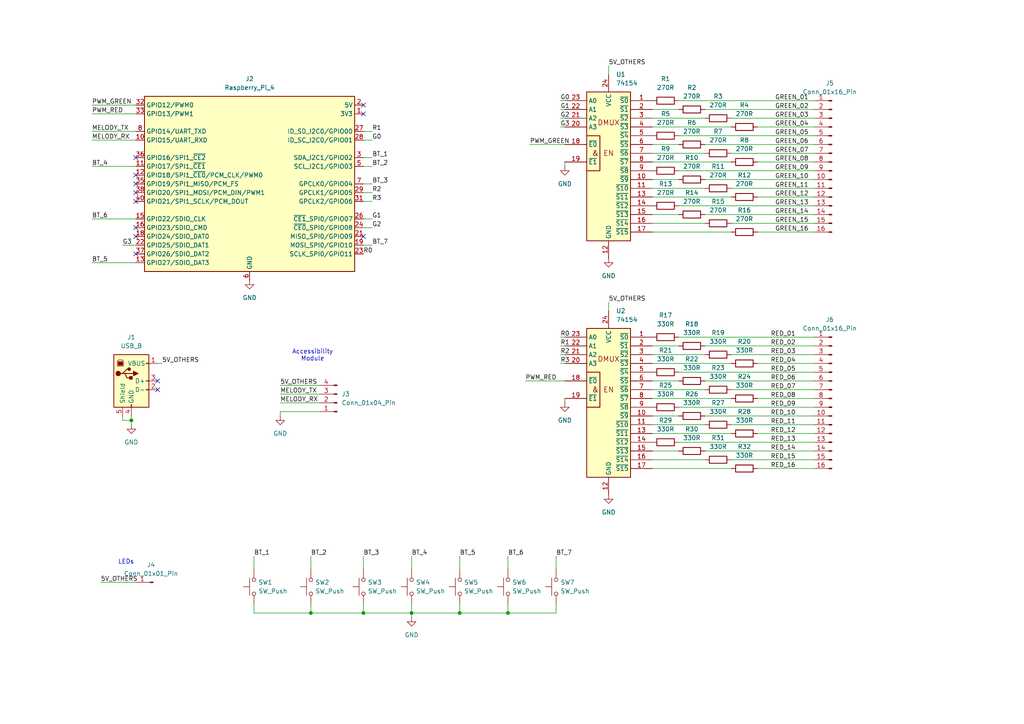
<source format=kicad_sch>
(kicad_sch (version 20250114) (generator "eeschema") (generator_version "9.0")
  (paper "A4")
  (lib_symbols
    (symbol "74xx_IEEE:74154"
      (property "Reference" "U" (at 6.35 25.4 0))
      (property "Value" "74154" (at 7.62 -21.59 0))
      (symbol "74154_0_0"
        (rectangle (start -6.35 22.86) (end 6.35 -20.32) (stroke (width 0.254)) (fill (type background)))
        (polyline (pts (xy -6.35 10.16) (xy -2.54 10.16) (xy -2.54 0) (xy -6.35 0) (xy -6.35 0)) (stroke (width 0.254)) (fill (type background)))
        (text "&" (at -3.81 5.08 0) (effects (font (size 1.524 1.524))))
        (text "DMUX" (at 0 13.97 0) (effects (font (size 1.524 1.524))))
        (text "EN" (at 0 5.08 0) (effects (font (size 1.524 1.524))))
        (pin power_in line (at 0 27.94 270) (length 5.08) (name "VCC") (number "24"))
        (pin power_in line (at 0 -25.4 90) (length 5.08) (name "GND") (number "12"))
      )
      (symbol "74154_1_1"
        (pin input line (at -12.7 20.32 0) (length 6.35) (name "A0") (number "23"))
        (pin input line (at -12.7 17.78 0) (length 6.35) (name "A1") (number "22"))
        (pin input line (at -12.7 15.24 0) (length 6.35) (name "A2") (number "21"))
        (pin input line (at -12.7 12.7 0) (length 6.35) (name "A3") (number "20"))
        (pin input line (at -12.7 7.62 0) (length 6.35) (name "~{E0}") (number "18"))
        (pin input line (at -12.7 2.54 0) (length 6.35) (name "~{E1}") (number "19"))
        (pin output line (at 12.7 20.32 180) (length 6.35) (name "~{S0}") (number "1"))
        (pin output line (at 12.7 17.78 180) (length 6.35) (name "~{S1}") (number "2"))
        (pin output line (at 12.7 15.24 180) (length 6.35) (name "~{S2}") (number "3"))
        (pin output line (at 12.7 12.7 180) (length 6.35) (name "~{S3}") (number "4"))
        (pin output line (at 12.7 10.16 180) (length 6.35) (name "~{S4}") (number "5"))
        (pin output line (at 12.7 7.62 180) (length 6.35) (name "~{S5}") (number "6"))
        (pin output line (at 12.7 5.08 180) (length 6.35) (name "~{S6}") (number "7"))
        (pin output line (at 12.7 2.54 180) (length 6.35) (name "~{S7}") (number "8"))
        (pin output line (at 12.7 0 180) (length 6.35) (name "~{S8}") (number "9"))
        (pin output line (at 12.7 -2.54 180) (length 6.35) (name "~{S9}") (number "10"))
        (pin output line (at 12.7 -5.08 180) (length 6.35) (name "~{S10}") (number "11"))
        (pin output line (at 12.7 -7.62 180) (length 6.35) (name "~{S11}") (number "13"))
        (pin output line (at 12.7 -10.16 180) (length 6.35) (name "~{S12}") (number "14"))
        (pin output line (at 12.7 -12.7 180) (length 6.35) (name "~{S13}") (number "15"))
        (pin output line (at 12.7 -15.24 180) (length 6.35) (name "~{S14}") (number "16"))
        (pin output line (at 12.7 -17.78 180) (length 6.35) (name "~{S15}") (number "17"))
      )
    )
    (symbol "Connector:Conn_01x01_Pin" (pin_names (offset 1.016) (hide yes))
      (property "Reference" "J" (at 0 2.54 0))
      (property "Value" "Conn_01x01_Pin" (at 0 -2.54 0))
      (symbol "Conn_01x01_Pin_1_1"
        (rectangle (start 0.8636 0.127) (end 0 -0.127) (stroke (width 0.1524)) (fill (type outline)))
        (polyline (pts (xy 1.27 0) (xy 0.8636 0)) (stroke (width 0.1524)))
        (pin passive line (at 5.08 0 180) (length 3.81) (name "Pin_1") (number "1"))
      )
    )
    (symbol "Connector:Conn_01x04_Pin" (pin_names (offset 1.016) (hide yes))
      (property "Reference" "J" (at 0 5.08 0))
      (property "Value" "Conn_01x04_Pin" (at 0 -7.62 0))
      (symbol "Conn_01x04_Pin_1_1"
        (rectangle (start 0.8636 2.667) (end 0 2.413) (stroke (width 0.1524)) (fill (type outline)))
        (rectangle (start 0.8636 0.127) (end 0 -0.127) (stroke (width 0.1524)) (fill (type outline)))
        (rectangle (start 0.8636 -2.413) (end 0 -2.667) (stroke (width 0.1524)) (fill (type outline)))
        (rectangle (start 0.8636 -4.953) (end 0 -5.207) (stroke (width 0.1524)) (fill (type outline)))
        (polyline (pts (xy 1.27 2.54) (xy 0.8636 2.54)) (stroke (width 0.1524)))
        (polyline (pts (xy 1.27 0) (xy 0.8636 0)) (stroke (width 0.1524)))
        (polyline (pts (xy 1.27 -2.54) (xy 0.8636 -2.54)) (stroke (width 0.1524)))
        (polyline (pts (xy 1.27 -5.08) (xy 0.8636 -5.08)) (stroke (width 0.1524)))
        (pin passive line (at 5.08 2.54 180) (length 3.81) (name "Pin_1") (number "1"))
        (pin passive line (at 5.08 0 180) (length 3.81) (name "Pin_2") (number "2"))
        (pin passive line (at 5.08 -2.54 180) (length 3.81) (name "Pin_3") (number "3"))
        (pin passive line (at 5.08 -5.08 180) (length 3.81) (name "Pin_4") (number "4"))
      )
    )
    (symbol "Connector:Conn_01x16_Pin" (pin_names (offset 1.016) (hide yes))
      (property "Reference" "J" (at 0 20.32 0))
      (property "Value" "Conn_01x16_Pin" (at 0 -22.86 0))
      (symbol "Conn_01x16_Pin_1_1"
        (rectangle (start 0.8636 17.907) (end 0 17.653) (stroke (width 0.1524)) (fill (type outline)))
        (rectangle (start 0.8636 15.367) (end 0 15.113) (stroke (width 0.1524)) (fill (type outline)))
        (rectangle (start 0.8636 12.827) (end 0 12.573) (stroke (width 0.1524)) (fill (type outline)))
        (rectangle (start 0.8636 10.287) (end 0 10.033) (stroke (width 0.1524)) (fill (type outline)))
        (rectangle (start 0.8636 7.747) (end 0 7.493) (stroke (width 0.1524)) (fill (type outline)))
        (rectangle (start 0.8636 5.207) (end 0 4.953) (stroke (width 0.1524)) (fill (type outline)))
        (rectangle (start 0.8636 2.667) (end 0 2.413) (stroke (width 0.1524)) (fill (type outline)))
        (rectangle (start 0.8636 0.127) (end 0 -0.127) (stroke (width 0.1524)) (fill (type outline)))
        (rectangle (start 0.8636 -2.413) (end 0 -2.667) (stroke (width 0.1524)) (fill (type outline)))
        (rectangle (start 0.8636 -4.953) (end 0 -5.207) (stroke (width 0.1524)) (fill (type outline)))
        (rectangle (start 0.8636 -7.493) (end 0 -7.747) (stroke (width 0.1524)) (fill (type outline)))
        (rectangle (start 0.8636 -10.033) (end 0 -10.287) (stroke (width 0.1524)) (fill (type outline)))
        (rectangle (start 0.8636 -12.573) (end 0 -12.827) (stroke (width 0.1524)) (fill (type outline)))
        (rectangle (start 0.8636 -15.113) (end 0 -15.367) (stroke (width 0.1524)) (fill (type outline)))
        (rectangle (start 0.8636 -17.653) (end 0 -17.907) (stroke (width 0.1524)) (fill (type outline)))
        (rectangle (start 0.8636 -20.193) (end 0 -20.447) (stroke (width 0.1524)) (fill (type outline)))
        (polyline (pts (xy 1.27 17.78) (xy 0.8636 17.78)) (stroke (width 0.1524)))
        (polyline (pts (xy 1.27 15.24) (xy 0.8636 15.24)) (stroke (width 0.1524)))
        (polyline (pts (xy 1.27 12.7) (xy 0.8636 12.7)) (stroke (width 0.1524)))
        (polyline (pts (xy 1.27 10.16) (xy 0.8636 10.16)) (stroke (width 0.1524)))
        (polyline (pts (xy 1.27 7.62) (xy 0.8636 7.62)) (stroke (width 0.1524)))
        (polyline (pts (xy 1.27 5.08) (xy 0.8636 5.08)) (stroke (width 0.1524)))
        (polyline (pts (xy 1.27 2.54) (xy 0.8636 2.54)) (stroke (width 0.1524)))
        (polyline (pts (xy 1.27 0) (xy 0.8636 0)) (stroke (width 0.1524)))
        (polyline (pts (xy 1.27 -2.54) (xy 0.8636 -2.54)) (stroke (width 0.1524)))
        (polyline (pts (xy 1.27 -5.08) (xy 0.8636 -5.08)) (stroke (width 0.1524)))
        (polyline (pts (xy 1.27 -7.62) (xy 0.8636 -7.62)) (stroke (width 0.1524)))
        (polyline (pts (xy 1.27 -10.16) (xy 0.8636 -10.16)) (stroke (width 0.1524)))
        (polyline (pts (xy 1.27 -12.7) (xy 0.8636 -12.7)) (stroke (width 0.1524)))
        (polyline (pts (xy 1.27 -15.24) (xy 0.8636 -15.24)) (stroke (width 0.1524)))
        (polyline (pts (xy 1.27 -17.78) (xy 0.8636 -17.78)) (stroke (width 0.1524)))
        (polyline (pts (xy 1.27 -20.32) (xy 0.8636 -20.32)) (stroke (width 0.1524)))
        (pin passive line (at 5.08 17.78 180) (length 3.81) (name "Pin_1") (number "1"))
        (pin passive line (at 5.08 15.24 180) (length 3.81) (name "Pin_2") (number "2"))
        (pin passive line (at 5.08 12.7 180) (length 3.81) (name "Pin_3") (number "3"))
        (pin passive line (at 5.08 10.16 180) (length 3.81) (name "Pin_4") (number "4"))
        (pin passive line (at 5.08 7.62 180) (length 3.81) (name "Pin_5") (number "5"))
        (pin passive line (at 5.08 5.08 180) (length 3.81) (name "Pin_6") (number "6"))
        (pin passive line (at 5.08 2.54 180) (length 3.81) (name "Pin_7") (number "7"))
        (pin passive line (at 5.08 0 180) (length 3.81) (name "Pin_8") (number "8"))
        (pin passive line (at 5.08 -2.54 180) (length 3.81) (name "Pin_9") (number "9"))
        (pin passive line (at 5.08 -5.08 180) (length 3.81) (name "Pin_10") (number "10"))
        (pin passive line (at 5.08 -7.62 180) (length 3.81) (name "Pin_11") (number "11"))
        (pin passive line (at 5.08 -10.16 180) (length 3.81) (name "Pin_12") (number "12"))
        (pin passive line (at 5.08 -12.7 180) (length 3.81) (name "Pin_13") (number "13"))
        (pin passive line (at 5.08 -15.24 180) (length 3.81) (name "Pin_14") (number "14"))
        (pin passive line (at 5.08 -17.78 180) (length 3.81) (name "Pin_15") (number "15"))
        (pin passive line (at 5.08 -20.32 180) (length 3.81) (name "Pin_16") (number "16"))
      )
    )
    (symbol "Connector:Raspberry_Pi_4"
      (property "Reference" "J" (at -17.526 48.768 0))
      (property "Value" "Raspberry_Pi_4" (at 15.748 -26.416 0))
      (symbol "Raspberry_Pi_4_0_1"
        (rectangle (start -30.48 25.4) (end 30.48 -25.4) (stroke (width 0.254)) (fill (type background)))
      )
      (symbol "Raspberry_Pi_4_1_1"
        (pin bidirectional line (at -33.02 22.86 0) (length 2.54) (name "GPIO12/PWM0") (number "32"))
        (pin bidirectional line (at -33.02 20.32 0) (length 2.54) (name "GPIO13/PWM1") (number "33"))
        (pin bidirectional line (at -33.02 15.24 0) (length 2.54) (name "GPIO14/UART_TXD") (number "8"))
        (pin bidirectional line (at -33.02 12.7 0) (length 2.54) (name "GPIO15/UART_RXD") (number "10"))
        (pin bidirectional line (at -33.02 7.62 0) (length 2.54) (name "GPIO16/SPI1_~{CE2}") (number "36"))
        (pin bidirectional line (at -33.02 5.08 0) (length 2.54) (name "GPIO17/SPI1_~{CE1}") (number "11"))
        (pin bidirectional line (at -33.02 2.54 0) (length 2.54) (name "GPIO18/SPI1_~{CE0}/PCM_CLK/PWM0") (number "12"))
        (pin bidirectional line (at -33.02 0 0) (length 2.54) (name "GPIO19/SPI1_MISO/PCM_FS") (number "35"))
        (pin bidirectional line (at -33.02 -2.54 0) (length 2.54) (name "GPIO20/SPI1_MOSI/PCM_DIN/PWM1") (number "38"))
        (pin bidirectional line (at -33.02 -5.08 0) (length 2.54) (name "GPIO21/SPI1_SCLK/PCM_DOUT") (number "40"))
        (pin bidirectional line (at -33.02 -10.16 0) (length 2.54) (name "GPIO22/SDIO_CLK") (number "15"))
        (pin bidirectional line (at -33.02 -12.7 0) (length 2.54) (name "GPIO23/SDIO_CMD") (number "16"))
        (pin bidirectional line (at -33.02 -15.24 0) (length 2.54) (name "GPIO24/SDIO_DAT0") (number "18"))
        (pin bidirectional line (at -33.02 -17.78 0) (length 2.54) (name "GPIO25/SDIO_DAT1") (number "22"))
        (pin bidirectional line (at -33.02 -20.32 0) (length 2.54) (name "GPIO26/SDIO_DAT2") (number "37"))
        (pin bidirectional line (at -33.02 -22.86 0) (length 2.54) (name "GPIO27/SDIO_DAT3") (number "13"))
        (pin passive line (at 0 -27.94 90) (length 2.54) (hide yes) (name "GND") (number "14"))
        (pin passive line (at 0 -27.94 90) (length 2.54) (hide yes) (name "GND") (number "20"))
        (pin passive line (at 0 -27.94 90) (length 2.54) (hide yes) (name "GND") (number "25"))
        (pin passive line (at 0 -27.94 90) (length 2.54) (hide yes) (name "GND") (number "30"))
        (pin passive line (at 0 -27.94 90) (length 2.54) (hide yes) (name "GND") (number "34"))
        (pin passive line (at 0 -27.94 90) (length 2.54) (hide yes) (name "GND") (number "39"))
        (pin power_out line (at 0 -27.94 90) (length 2.54) (name "GND") (number "6"))
        (pin passive line (at 0 -27.94 90) (length 2.54) (hide yes) (name "GND") (number "9"))
        (pin power_out line (at 33.02 22.86 180) (length 2.54) (name "5V") (number "2"))
        (pin passive line (at 33.02 22.86 180) (length 2.54) (hide yes) (name "5V") (number "4"))
        (pin power_out line (at 33.02 20.32 180) (length 2.54) (name "3V3") (number "1"))
        (pin passive line (at 33.02 20.32 180) (length 2.54) (hide yes) (name "3V3") (number "17"))
        (pin bidirectional line (at 33.02 15.24 180) (length 2.54) (name "ID_SD_I2C0/GPIO00") (number "27"))
        (pin bidirectional line (at 33.02 12.7 180) (length 2.54) (name "ID_SC_I2C0/GPIO01") (number "28"))
        (pin bidirectional line (at 33.02 7.62 180) (length 2.54) (name "SDA_I2C1/GPIO02") (number "3"))
        (pin bidirectional line (at 33.02 5.08 180) (length 2.54) (name "SCL_I2C1/GPIO03") (number "5"))
        (pin bidirectional line (at 33.02 0 180) (length 2.54) (name "GPCLK0/GPIO04") (number "7"))
        (pin bidirectional line (at 33.02 -2.54 180) (length 2.54) (name "GPCLK1/GPIO05") (number "29"))
        (pin bidirectional line (at 33.02 -5.08 180) (length 2.54) (name "GPCLK2/GPIO06") (number "31"))
        (pin bidirectional line (at 33.02 -10.16 180) (length 2.54) (name "~{CE1}_SPI0/GPIO07") (number "26"))
        (pin bidirectional line (at 33.02 -12.7 180) (length 2.54) (name "~{CE0}_SPI0/GPIO08") (number "24"))
        (pin bidirectional line (at 33.02 -15.24 180) (length 2.54) (name "MISO_SPI0/GPIO09") (number "21"))
        (pin bidirectional line (at 33.02 -17.78 180) (length 2.54) (name "MOSI_SPI0/GPIO10") (number "19"))
        (pin bidirectional line (at 33.02 -20.32 180) (length 2.54) (name "SCLK_SPI0/GPIO11") (number "23"))
      )
    )
    (symbol "Connector:USB_B" (pin_names (offset 1.016))
      (property "Reference" "J" (at -5.08 11.43 0))
      (property "Value" "USB_B" (at -5.08 8.89 0))
      (symbol "USB_B_0_1"
        (rectangle (start -5.08 -7.62) (end 5.08 7.62) (stroke (width 0.254)) (fill (type background)))
        (polyline (pts (xy -4.064 4.318) (xy -2.286 4.318) (xy -2.286 5.715) (xy -2.667 6.096) (xy -3.683 6.096) (xy -4.064 5.715) (xy -4.064 4.318)))
        (rectangle (start -3.81 5.588) (end -2.54 4.572) (fill (type outline)))
        (circle (center -3.81 2.159) (radius 0.635) (stroke (width 0.254)) (fill (type outline)))
        (polyline (pts (xy -3.175 2.159) (xy -2.54 2.159) (xy -1.27 3.429) (xy -0.635 3.429)) (stroke (width 0.254)))
        (polyline (pts (xy -2.54 2.159) (xy -1.905 2.159) (xy -1.27 0.889) (xy 0 0.889)) (stroke (width 0.254)))
        (polyline (pts (xy -1.905 2.159) (xy 0.635 2.159)) (stroke (width 0.254)))
        (circle (center -0.635 3.429) (radius 0.381) (stroke (width 0.254)) (fill (type outline)))
        (rectangle (start -0.127 -7.62) (end 0.127 -6.858))
        (rectangle (start 0.254 1.27) (end -0.508 0.508) (stroke (width 0.254)) (fill (type outline)))
        (polyline (pts (xy 0.635 2.794) (xy 0.635 1.524) (xy 1.905 2.159) (xy 0.635 2.794)) (stroke (width 0.254)) (fill (type outline)))
        (rectangle (start 5.08 4.953) (end 4.318 5.207))
        (rectangle (start 5.08 -0.127) (end 4.318 0.127))
        (rectangle (start 5.08 -2.667) (end 4.318 -2.413))
      )
      (symbol "USB_B_1_1"
        (pin passive line (at -2.54 -10.16 90) (length 2.54) (name "Shield") (number "5"))
        (pin power_out line (at 0 -10.16 90) (length 2.54) (name "GND") (number "4"))
        (pin power_out line (at 7.62 5.08 180) (length 2.54) (name "VBUS") (number "1"))
        (pin bidirectional line (at 7.62 0 180) (length 2.54) (name "D+") (number "3"))
        (pin bidirectional line (at 7.62 -2.54 180) (length 2.54) (name "D-") (number "2"))
      )
    )
    (symbol "Device:R" (pin_numbers (hide yes)) (pin_names (offset 0))
      (property "Reference" "R" (at 2.032 0 90))
      (property "Value" "R" (at 0 0 90))
      (symbol "R_0_1"
        (rectangle (start -1.016 -2.54) (end 1.016 2.54) (stroke (width 0.254)))
      )
      (symbol "R_1_1"
        (pin passive line (at 0 3.81 270) (length 1.27) (name "~") (number "1"))
        (pin passive line (at 0 -3.81 90) (length 1.27) (name "~") (number "2"))
      )
    )
    (symbol "Switch:SW_Push" (pin_numbers (hide yes)) (pin_names (offset 1.016) (hide yes))
      (property "Reference" "SW" (at 1.27 2.54 0))
      (property "Value" "SW_Push" (at 0 -1.524 0))
      (symbol "SW_Push_0_1"
        (circle (center -2.032 0) (radius 0.508))
        (polyline (pts (xy 0 1.27) (xy 0 3.048)))
        (circle (center 2.032 0) (radius 0.508))
        (polyline (pts (xy 2.54 1.27) (xy -2.54 1.27)))
        (pin passive line (at -5.08 0 0) (length 2.54) (name "1") (number "1"))
        (pin passive line (at 5.08 0 180) (length 2.54) (name "2") (number "2"))
      )
    )
    (symbol "power:GND" (power) (pin_numbers (hide yes)) (pin_names (offset 0) (hide yes))
      (property "Value" "GND" (at 0 -3.81 0))
      (symbol "GND_0_1"
        (polyline (pts (xy 0 0) (xy 0 -1.27) (xy 1.27 -1.27) (xy 0 -2.54) (xy -1.27 -1.27) (xy 0 -1.27)))
      )
      (symbol "GND_1_1"
        (pin power_in line (at 0 0 270) (length 0) (name "~") (number "1"))
      )
    )
  )
  (text "LEDs" (at 36.576 163.068 0) (effects (font (size 1.27 1.27))))
  (text "Accessibility\nModule" (at 90.678 103.124 0) (effects (font (size 1.27 1.27))))
  (junction (at 119.38 177.8))
  (junction (at 105.41 177.8))
  (junction (at 38.1 121.92))
  (junction (at 90.17 177.8))
  (junction (at 133.35 177.8))
  (junction (at 147.32 177.8))
  (no_connect (at 39.37 73.66))
  (no_connect (at 39.37 50.8))
  (no_connect (at 39.37 53.34))
  (no_connect (at 105.41 68.58))
  (no_connect (at 39.37 68.58))
  (no_connect (at 45.72 110.49))
  (no_connect (at 39.37 55.88))
  (no_connect (at 39.37 58.42))
  (no_connect (at 39.37 45.72))
  (no_connect (at 45.72 113.03))
  (no_connect (at 105.41 30.48))
  (no_connect (at 39.37 66.04))
  (no_connect (at 105.41 33.02))
  (wire (pts (xy 147.32 177.8) (xy 133.35 177.8)))
  (wire (pts (xy 147.32 161.29) (xy 147.32 165.1)))
  (wire (pts (xy 81.28 119.38) (xy 81.28 120.65)))
  (wire (pts (xy 189.23 133.35) (xy 204.47 133.35)))
  (wire (pts (xy 212.09 44.45) (xy 236.22 44.45)))
  (wire (pts (xy 152.4 110.49) (xy 163.83 110.49)))
  (wire (pts (xy 219.71 36.83) (xy 236.22 36.83)))
  (wire (pts (xy 81.28 111.76) (xy 92.71 111.76)))
  (wire (pts (xy 162.56 100.33) (xy 163.83 100.33)))
  (wire (pts (xy 212.09 54.61) (xy 236.22 54.61)))
  (wire (pts (xy 219.71 67.31) (xy 236.22 67.31)))
  (wire (pts (xy 105.41 161.29) (xy 105.41 165.1)))
  (wire (pts (xy 105.41 63.5) (xy 107.95 63.5)))
  (wire (pts (xy 26.67 48.26) (xy 39.37 48.26)))
  (wire (pts (xy 189.23 123.19) (xy 204.47 123.19)))
  (wire (pts (xy 105.41 45.72) (xy 107.95 45.72)))
  (wire (pts (xy 26.67 76.2) (xy 39.37 76.2)))
  (wire (pts (xy 219.71 135.89) (xy 236.22 135.89)))
  (wire (pts (xy 189.23 113.03) (xy 204.47 113.03)))
  (wire (pts (xy 81.28 116.84) (xy 92.71 116.84)))
  (wire (pts (xy 212.09 67.31) (xy 189.23 67.31)))
  (wire (pts (xy 189.23 102.87) (xy 204.47 102.87)))
  (wire (pts (xy 90.17 177.8) (xy 105.41 177.8)))
  (wire (pts (xy 196.85 31.75) (xy 189.23 31.75)))
  (wire (pts (xy 196.85 128.27) (xy 236.22 128.27)))
  (wire (pts (xy 45.72 105.41) (xy 46.99 105.41)))
  (wire (pts (xy 161.29 175.26) (xy 161.29 177.8)))
  (wire (pts (xy 133.35 177.8) (xy 119.38 177.8)))
  (wire (pts (xy 119.38 177.8) (xy 119.38 179.07)))
  (wire (pts (xy 29.21 168.91) (xy 39.37 168.91)))
  (wire (pts (xy 35.56 71.12) (xy 39.37 71.12)))
  (wire (pts (xy 204.47 64.77) (xy 189.23 64.77)))
  (wire (pts (xy 189.23 130.81) (xy 196.85 130.81)))
  (wire (pts (xy 119.38 161.29) (xy 119.38 165.1)))
  (wire (pts (xy 212.09 34.29) (xy 236.22 34.29)))
  (wire (pts (xy 196.85 52.07) (xy 189.23 52.07)))
  (wire (pts (xy 204.47 100.33) (xy 236.22 100.33)))
  (wire (pts (xy 26.67 38.1) (xy 39.37 38.1)))
  (wire (pts (xy 105.41 177.8) (xy 119.38 177.8)))
  (wire (pts (xy 73.66 175.26) (xy 73.66 177.8)))
  (wire (pts (xy 26.67 40.64) (xy 39.37 40.64)))
  (wire (pts (xy 26.67 30.48) (xy 39.37 30.48)))
  (wire (pts (xy 161.29 177.8) (xy 147.32 177.8)))
  (wire (pts (xy 196.85 107.95) (xy 236.22 107.95)))
  (wire (pts (xy 212.09 123.19) (xy 236.22 123.19)))
  (wire (pts (xy 204.47 120.65) (xy 236.22 120.65)))
  (wire (pts (xy 105.41 40.64) (xy 107.95 40.64)))
  (wire (pts (xy 105.41 53.34) (xy 107.95 53.34)))
  (wire (pts (xy 105.41 175.26) (xy 105.41 177.8)))
  (wire (pts (xy 119.38 175.26) (xy 119.38 177.8)))
  (wire (pts (xy 196.85 97.79) (xy 236.22 97.79)))
  (wire (pts (xy 189.23 135.89) (xy 212.09 135.89)))
  (wire (pts (xy 161.29 161.29) (xy 161.29 165.1)))
  (wire (pts (xy 189.23 46.99) (xy 212.09 46.99)))
  (wire (pts (xy 196.85 118.11) (xy 236.22 118.11)))
  (wire (pts (xy 162.56 102.87) (xy 163.83 102.87)))
  (wire (pts (xy 38.1 121.92) (xy 35.56 121.92)))
  (wire (pts (xy 176.53 87.63) (xy 176.53 90.17)))
  (wire (pts (xy 189.23 105.41) (xy 212.09 105.41)))
  (wire (pts (xy 107.95 58.42) (xy 105.41 58.42)))
  (wire (pts (xy 196.85 62.23) (xy 189.23 62.23)))
  (wire (pts (xy 212.09 133.35) (xy 236.22 133.35)))
  (wire (pts (xy 219.71 125.73) (xy 236.22 125.73)))
  (wire (pts (xy 26.67 33.02) (xy 39.37 33.02)))
  (wire (pts (xy 162.56 29.21) (xy 163.83 29.21)))
  (wire (pts (xy 133.35 161.29) (xy 133.35 165.1)))
  (wire (pts (xy 162.56 97.79) (xy 163.83 97.79)))
  (wire (pts (xy 73.66 177.8) (xy 90.17 177.8)))
  (wire (pts (xy 212.09 113.03) (xy 236.22 113.03)))
  (wire (pts (xy 219.71 105.41) (xy 236.22 105.41)))
  (wire (pts (xy 26.67 63.5) (xy 39.37 63.5)))
  (wire (pts (xy 196.85 39.37) (xy 236.22 39.37)))
  (wire (pts (xy 133.35 175.26) (xy 133.35 177.8)))
  (wire (pts (xy 204.47 54.61) (xy 189.23 54.61)))
  (wire (pts (xy 90.17 161.29) (xy 90.17 165.1)))
  (wire (pts (xy 204.47 34.29) (xy 189.23 34.29)))
  (wire (pts (xy 147.32 175.26) (xy 147.32 177.8)))
  (wire (pts (xy 73.66 161.29) (xy 73.66 165.1)))
  (wire (pts (xy 105.41 48.26) (xy 107.95 48.26)))
  (wire (pts (xy 219.71 57.15) (xy 236.22 57.15)))
  (wire (pts (xy 189.23 120.65) (xy 196.85 120.65)))
  (wire (pts (xy 38.1 120.65) (xy 38.1 121.92)))
  (wire (pts (xy 189.23 115.57) (xy 212.09 115.57)))
  (wire (pts (xy 204.47 41.91) (xy 236.22 41.91)))
  (wire (pts (xy 81.28 114.3) (xy 92.71 114.3)))
  (wire (pts (xy 204.47 130.81) (xy 236.22 130.81)))
  (wire (pts (xy 204.47 62.23) (xy 236.22 62.23)))
  (wire (pts (xy 153.67 41.91) (xy 163.83 41.91)))
  (wire (pts (xy 189.23 110.49) (xy 196.85 110.49)))
  (wire (pts (xy 162.56 31.75) (xy 163.83 31.75)))
  (wire (pts (xy 105.41 71.12) (xy 107.95 71.12)))
  (wire (pts (xy 204.47 31.75) (xy 236.22 31.75)))
  (wire (pts (xy 212.09 102.87) (xy 236.22 102.87)))
  (wire (pts (xy 204.47 44.45) (xy 189.23 44.45)))
  (wire (pts (xy 196.85 29.21) (xy 236.22 29.21)))
  (wire (pts (xy 162.56 36.83) (xy 163.83 36.83)))
  (wire (pts (xy 105.41 38.1) (xy 107.95 38.1)))
  (wire (pts (xy 219.71 115.57) (xy 236.22 115.57)))
  (wire (pts (xy 162.56 105.41) (xy 163.83 105.41)))
  (wire (pts (xy 204.47 110.49) (xy 236.22 110.49)))
  (wire (pts (xy 162.56 34.29) (xy 163.83 34.29)))
  (wire (pts (xy 189.23 57.15) (xy 212.09 57.15)))
  (wire (pts (xy 204.47 52.07) (xy 236.22 52.07)))
  (wire (pts (xy 90.17 175.26) (xy 90.17 177.8)))
  (wire (pts (xy 212.09 36.83) (xy 189.23 36.83)))
  (wire (pts (xy 189.23 100.33) (xy 196.85 100.33)))
  (wire (pts (xy 163.83 48.26) (xy 163.83 46.99)))
  (wire (pts (xy 196.85 41.91) (xy 189.23 41.91)))
  (wire (pts (xy 163.83 116.84) (xy 163.83 115.57)))
  (wire (pts (xy 105.41 66.04) (xy 107.95 66.04)))
  (wire (pts (xy 219.71 46.99) (xy 236.22 46.99)))
  (wire (pts (xy 105.41 55.88) (xy 107.95 55.88)))
  (wire (pts (xy 35.56 121.92) (xy 35.56 120.65)))
  (wire (pts (xy 189.23 125.73) (xy 212.09 125.73)))
  (wire (pts (xy 38.1 121.92) (xy 38.1 123.19)))
  (wire (pts (xy 212.09 64.77) (xy 236.22 64.77)))
  (wire (pts (xy 196.85 49.53) (xy 236.22 49.53)))
  (wire (pts (xy 196.85 59.69) (xy 236.22 59.69)))
  (wire (pts (xy 92.71 119.38) (xy 81.28 119.38)))
  (wire (pts (xy 176.53 19.05) (xy 176.53 21.59)))
  (label "MELODY_RX" (at 81.28 116.84 0))
  (label "GREEN_06" (at 224.79 41.91 0))
  (label "RED_01" (at 223.52 97.79 0))
  (label "GREEN_16" (at 224.79 67.31 0))
  (label "RED_11" (at 223.52 123.19 0))
  (label "BT_1" (at 107.95 45.72 0))
  (label "BT_3" (at 105.41 161.29 0))
  (label "R2" (at 162.56 102.87 0))
  (label "GREEN_03" (at 224.79 34.29 0))
  (label "G0" (at 107.95 40.64 0))
  (label "R0" (at 105.41 73.66 0))
  (label "PWM_RED" (at 26.67 33.02 0))
  (label "BT_4" (at 119.38 161.29 0))
  (label "PWM_GREEN" (at 153.67 41.91 0))
  (label "G2" (at 107.95 66.04 0))
  (label "MELODY_RX" (at 26.67 40.64 0))
  (label "BT_3" (at 107.95 53.34 0))
  (label "RED_15" (at 223.52 133.35 0))
  (label "BT_5" (at 133.35 161.29 0))
  (label "RED_12" (at 223.52 125.73 0))
  (label "GREEN_02" (at 224.79 31.75 0))
  (label "G3" (at 162.56 36.83 0))
  (label "GREEN_12" (at 224.79 57.15 0))
  (label "RED_02" (at 223.52 100.33 0))
  (label "BT_2" (at 90.17 161.29 0))
  (label "G0" (at 162.56 29.21 0))
  (label "GREEN_09" (at 224.79 49.53 0))
  (label "MELODY_TX" (at 26.67 38.1 0))
  (label "BT_1" (at 73.66 161.29 0))
  (label "BT_6" (at 26.67 63.5 0))
  (label "RED_08" (at 223.52 115.57 0))
  (label "R1" (at 162.56 100.33 0))
  (label "5V_OTHERS" (at 176.53 87.63 0))
  (label "BT_2" (at 107.95 48.26 0))
  (label "5V_OTHERS" (at 81.28 111.76 0))
  (label "GREEN_11" (at 224.79 54.61 0))
  (label "R0" (at 162.56 97.79 0))
  (label "5V_OTHERS" (at 176.53 19.05 0))
  (label "RED_07" (at 223.52 113.03 0))
  (label "BT_5" (at 26.67 76.2 0))
  (label "GREEN_04" (at 224.79 36.83 0))
  (label "G2" (at 162.56 34.29 0))
  (label "MELODY_TX" (at 81.28 114.3 0))
  (label "GREEN_13" (at 224.79 59.69 0))
  (label "GREEN_08" (at 224.79 46.99 0))
  (label "PWM_GREEN" (at 26.67 30.48 0))
  (label "RED_06" (at 223.52 110.49 0))
  (label "GREEN_05" (at 224.79 39.37 0))
  (label "GREEN_07" (at 224.79 44.45 0))
  (label "RED_03" (at 223.52 102.87 0))
  (label "RED_04" (at 223.52 105.41 0))
  (label "G1" (at 107.95 63.5 0))
  (label "G1" (at 162.56 31.75 0))
  (label "PWM_RED" (at 152.4 110.49 0))
  (label "RED_16" (at 223.52 135.89 0))
  (label "5V_OTHERS" (at 29.21 168.91 0))
  (label "R1" (at 107.95 38.1 0))
  (label "RED_14" (at 223.52 130.81 0))
  (label "R2" (at 107.95 55.88 0))
  (label "BT_6" (at 147.32 161.29 0))
  (label "RED_13" (at 223.52 128.27 0))
  (label "BT_4" (at 26.67 48.26 0))
  (label "BT_7" (at 107.95 71.12 0))
  (label "5V_OTHERS" (at 46.99 105.41 0))
  (label "RED_09" (at 223.52 118.11 0))
  (label "GREEN_10" (at 224.79 52.07 0))
  (label "R3" (at 107.95 58.42 0))
  (label "GREEN_15" (at 224.79 64.77 0))
  (label "R3" (at 162.56 105.41 0))
  (label "RED_05" (at 223.52 107.95 0))
  (label "G3" (at 35.56 71.12 0))
  (label "GREEN_14" (at 224.79 62.23 0))
  (label "GREEN_01" (at 224.79 29.21 0))
  (label "RED_10" (at 223.52 120.65 0))
  (label "BT_7" (at 161.29 161.29 0))
  (symbol (lib_id "Device:R") (at 193.04 128.27 90) (unit 1)
    (property "Reference" "R29" (at 193.04 121.92 90))
    (property "Value" "330R" (at 193.04 124.46 90))
    (property "Description" "Resistor" (effects (hide yes)))
  )
  (symbol (lib_id "Device:R") (at 193.04 97.79 90) (unit 1)
    (property "Reference" "R17" (at 193.04 91.44 90))
    (property "Value" "330R" (at 193.04 93.98 90))
    (property "Description" "Resistor" (effects (hide yes)))
  )
  (symbol (lib_id "Device:R") (at 215.9 105.41 90) (unit 1)
    (property "Reference" "R20" (at 215.9 99.06 90))
    (property "Value" "330R" (at 215.9 101.6 90))
    (property "Description" "Resistor" (effects (hide yes)))
  )
  (symbol (lib_id "Device:R") (at 200.66 130.81 90) (unit 1)
    (property "Reference" "R30" (at 200.66 124.46 90))
    (property "Value" "330R" (at 200.66 127 90))
    (property "Description" "Resistor" (effects (hide yes)))
  )
  (symbol (lib_id "Device:R") (at 200.66 120.65 90) (unit 1)
    (property "Reference" "R26" (at 200.66 114.3 90))
    (property "Value" "330R" (at 200.66 116.84 90))
    (property "Description" "Resistor" (effects (hide yes)))
  )
  (symbol (lib_id "Device:R") (at 193.04 118.11 90) (unit 1)
    (property "Reference" "R25" (at 193.04 111.76 90))
    (property "Value" "330R" (at 193.04 114.3 90))
    (property "Description" "Resistor" (effects (hide yes)))
  )
  (symbol (lib_id "Device:R") (at 193.04 107.95 90) (unit 1)
    (property "Reference" "R21" (at 193.04 101.6 90))
    (property "Value" "330R" (at 193.04 104.14 90))
    (property "Description" "Resistor" (effects (hide yes)))
  )
  (symbol (lib_id "Device:R") (at 193.04 29.21 90) (unit 1)
    (property "Reference" "R1" (at 193.04 22.86 90))
    (property "Value" "270R" (at 193.04 25.4 90))
    (property "Description" "Resistor" (effects (hide yes)))
  )
  (symbol (lib_id "power:GND") (at 176.53 143.51 0) (unit 1)
    (property "Reference" "#PWR02" (effects (hide yes)))
    (property "Value" "GND" (at 176.53 148.59 0))
    (property "Description" "Power symbol creates a global label with name \"GND\" , ground" (effects (hide yes)))
  )
  (symbol (lib_id "power:GND") (at 119.38 179.07 0) (unit 1)
    (property "Reference" "#PWR08" (effects (hide yes)))
    (property "Value" "GND" (at 119.38 184.15 0))
    (property "Description" "Power symbol creates a global label with name \"GND\" , ground" (effects (hide yes)))
  )
  (symbol (lib_id "power:GND") (at 38.1 123.19 0) (unit 1)
    (property "Reference" "#PWR04" (effects (hide yes)))
    (property "Value" "GND" (at 38.1 128.27 0))
    (property "Description" "Power symbol creates a global label with name \"GND\" , ground" (effects (hide yes)))
  )
  (symbol (lib_id "74xx_IEEE:74154") (at 176.53 118.11 0) (unit 1)
    (property "Reference" "U2" (at 178.6733 90.17 0) (effects (justify left)))
    (property "Value" "74154" (at 178.6733 92.71 0) (effects (justify left)))
    (property "Footprint" "Package_DIP:DIP-24_W15.24mm_Socket_LongPads" (effects (hide yes)))
    (property "Datasheet" "https://www.ti.com/lit/gpn/CD74HCT154" (effects (hide yes)))
    (property "Description" "4 to 16 lines Decoder/Demultiplexer" (effects (hide yes)))
  )
  (symbol (lib_id "Device:R") (at 200.66 41.91 90) (unit 1)
    (property "Reference" "R6" (at 200.66 35.56 90))
    (property "Value" "270R" (at 200.66 38.1 90))
    (property "Description" "Resistor" (effects (hide yes)))
  )
  (symbol (lib_id "Device:R") (at 193.04 59.69 90) (unit 1)
    (property "Reference" "R13" (at 193.04 53.34 90))
    (property "Value" "270R" (at 193.04 55.88 90))
    (property "Description" "Resistor" (effects (hide yes)))
  )
  (symbol (lib_id "Device:R") (at 200.66 62.23 90) (unit 1)
    (property "Reference" "R14" (at 200.66 55.88 90))
    (property "Value" "270R" (at 200.66 58.42 90))
    (property "Description" "Resistor" (effects (hide yes)))
  )
  (symbol (lib_id "Device:R") (at 200.66 110.49 90) (unit 1)
    (property "Reference" "R22" (at 200.66 104.14 90))
    (property "Value" "330R" (at 200.66 106.68 90))
    (property "Description" "Resistor" (effects (hide yes)))
  )
  (symbol (lib_id "Connector:Conn_01x04_Pin") (at 97.79 116.84 180) (unit 1)
    (property "Reference" "J3" (at 99.06 114.2999 0) (effects (justify right)))
    (property "Value" "Conn_01x04_Pin" (at 99.06 116.8399 0) (effects (justify right)))
    (property "Footprint" "Connector_PinSocket_2.54mm:PinSocket_1x04_P2.54mm_Vertical" (effects (hide yes)))
    (property "Description" "Generic connector, single row, 01x04, script generated" (effects (hide yes)))
  )
  (symbol (lib_id "Connector:Conn_01x16_Pin") (at 241.3 46.99 0) (mirror y) (unit 1)
    (property "Reference" "J5" (at 240.665 24.13 0))
    (property "Value" "Conn_01x16_Pin" (at 240.665 26.67 0))
    (property "Footprint" "Connector_PinSocket_2.54mm:PinSocket_1x16_P2.54mm_Vertical" (effects (hide yes)))
    (property "Description" "Generic connector, single row, 01x16, script generated" (effects (hide yes)))
  )
  (symbol (lib_id "Device:R") (at 208.28 102.87 90) (unit 1)
    (property "Reference" "R19" (at 208.28 96.52 90))
    (property "Value" "330R" (at 208.28 99.06 90))
    (property "Description" "Resistor" (effects (hide yes)))
  )
  (symbol (lib_id "Device:R") (at 215.9 36.83 90) (unit 1)
    (property "Reference" "R4" (at 215.9 30.48 90))
    (property "Value" "270R" (at 215.9 33.02 90))
    (property "Description" "Resistor" (effects (hide yes)))
  )
  (symbol (lib_id "Device:R") (at 193.04 39.37 90) (unit 1)
    (property "Reference" "R5" (at 193.04 33.02 90))
    (property "Value" "270R" (at 193.04 35.56 90))
    (property "Description" "Resistor" (effects (hide yes)))
  )
  (symbol (lib_id "Device:R") (at 200.66 31.75 90) (unit 1)
    (property "Reference" "R2" (at 200.66 25.4 90))
    (property "Value" "270R" (at 200.66 27.94 90))
    (property "Description" "Resistor" (effects (hide yes)))
  )
  (symbol (lib_id "power:GND") (at 81.28 120.65 0) (unit 1)
    (property "Reference" "#PWR07" (effects (hide yes)))
    (property "Value" "GND" (at 81.28 125.73 0))
    (property "Description" "Power symbol creates a global label with name \"GND\" , ground" (effects (hide yes)))
  )
  (symbol (lib_id "Connector:Conn_01x01_Pin") (at 44.45 168.91 0) (mirror y) (unit 1)
    (property "Reference" "J4" (at 43.815 163.83 0))
    (property "Value" "Conn_01x01_Pin" (at 43.815 166.37 0))
    (property "Footprint" "Connector_PinSocket_2.54mm:PinSocket_1x01_P2.54mm_Vertical" (effects (hide yes)))
    (property "Description" "Generic connector, single row, 01x01, script generated" (effects (hide yes)))
  )
  (symbol (lib_id "Device:R") (at 208.28 64.77 90) (unit 1)
    (property "Reference" "R15" (at 208.28 58.42 90))
    (property "Value" "270R" (at 208.28 60.96 90))
    (property "Description" "Resistor" (effects (hide yes)))
  )
  (symbol (lib_id "Device:R") (at 200.66 100.33 90) (unit 1)
    (property "Reference" "R18" (at 200.66 93.98 90))
    (property "Value" "330R" (at 200.66 96.52 90))
    (property "Description" "Resistor" (effects (hide yes)))
  )
  (symbol (lib_id "Device:R") (at 208.28 113.03 90) (unit 1)
    (property "Reference" "R23" (at 208.28 106.68 90))
    (property "Value" "330R" (at 208.28 109.22 90))
    (property "Description" "Resistor" (effects (hide yes)))
  )
  (symbol (lib_id "Device:R") (at 208.28 34.29 90) (unit 1)
    (property "Reference" "R3" (at 208.28 27.94 90))
    (property "Value" "270R" (at 208.28 30.48 90))
    (property "Description" "Resistor" (effects (hide yes)))
  )
  (symbol (lib_id "Connector:USB_B") (at 38.1 110.49 0) (unit 1)
    (property "Reference" "J1" (at 38.1 97.79 0))
    (property "Value" "USB_B" (at 38.1 100.33 0))
    (property "Footprint" "Connector_USB:USB_B_TE_5787834_Vertical" (effects (hide yes)))
    (property "Description" "USB Type B connector" (effects (hide yes)))
  )
  (symbol (lib_id "Device:R") (at 215.9 67.31 90) (unit 1)
    (property "Reference" "R16" (at 215.9 60.96 90))
    (property "Value" "270R" (at 215.9 63.5 90))
    (property "Description" "Resistor" (effects (hide yes)))
  )
  (symbol (lib_id "power:GND") (at 163.83 48.26 0) (unit 1)
    (property "Reference" "#PWR06" (effects (hide yes)))
    (property "Value" "GND" (at 163.83 53.34 0))
    (property "Description" "Power symbol creates a global label with name \"GND\" , ground" (effects (hide yes)))
  )
  (symbol (lib_id "Device:R") (at 208.28 44.45 90) (unit 1)
    (property "Reference" "R7" (at 208.28 38.1 90))
    (property "Value" "270R" (at 208.28 40.64 90))
    (property "Description" "Resistor" (effects (hide yes)))
  )
  (symbol (lib_id "Connector:Conn_01x16_Pin") (at 241.3 115.57 0) (mirror y) (unit 1)
    (property "Reference" "J6" (at 240.665 92.71 0))
    (property "Value" "Conn_01x16_Pin" (at 240.665 95.25 0))
    (property "Footprint" "Connector_PinSocket_2.54mm:PinSocket_1x16_P2.54mm_Vertical" (effects (hide yes)))
    (property "Description" "Generic connector, single row, 01x16, script generated" (effects (hide yes)))
  )
  (symbol (lib_id "Device:R") (at 215.9 125.73 90) (unit 1)
    (property "Reference" "R28" (at 215.9 119.38 90))
    (property "Value" "330R" (at 215.9 121.92 90))
    (property "Description" "Resistor" (effects (hide yes)))
  )
  (symbol (lib_id "Device:R") (at 208.28 54.61 90) (unit 1)
    (property "Reference" "R11" (at 208.28 48.26 90))
    (property "Value" "270R" (at 208.28 50.8 90))
    (property "Description" "Resistor" (effects (hide yes)))
  )
  (symbol (lib_id "Switch:SW_Push") (at 147.32 170.18 90) (unit 1)
    (property "Reference" "SW6" (at 148.59 168.9099 90) (effects (justify right)))
    (property "Value" "SW_Push" (at 148.59 171.4499 90) (effects (justify right)))
    (property "Description" "Push button switch, generic, two pins" (effects (hide yes)))
  )
  (symbol (lib_id "Switch:SW_Push") (at 90.17 170.18 90) (unit 1)
    (property "Reference" "SW2" (at 91.44 168.9099 90) (effects (justify right)))
    (property "Value" "SW_Push" (at 91.44 171.4499 90) (effects (justify right)))
    (property "Description" "Push button switch, generic, two pins" (effects (hide yes)))
  )
  (symbol (lib_id "Device:R") (at 208.28 133.35 90) (unit 1)
    (property "Reference" "R31" (at 208.28 127 90))
    (property "Value" "330R" (at 208.28 129.54 90))
    (property "Description" "Resistor" (effects (hide yes)))
  )
  (symbol (lib_id "Switch:SW_Push") (at 119.38 170.18 90) (unit 1)
    (property "Reference" "SW4" (at 120.65 168.9099 90) (effects (justify right)))
    (property "Value" "SW_Push" (at 120.65 171.4499 90) (effects (justify right)))
    (property "Description" "Push button switch, generic, two pins" (effects (hide yes)))
  )
  (symbol (lib_id "Device:R") (at 200.66 52.07 90) (unit 1)
    (property "Reference" "R10" (at 200.66 45.72 90))
    (property "Value" "270R" (at 200.66 48.26 90))
    (property "Description" "Resistor" (effects (hide yes)))
  )
  (symbol (lib_id "power:GND") (at 72.39 81.28 0) (unit 1)
    (property "Reference" "#PWR03" (effects (hide yes)))
    (property "Value" "GND" (at 72.39 86.36 0))
    (property "Description" "Power symbol creates a global label with name \"GND\" , ground" (effects (hide yes)))
  )
  (symbol (lib_id "Switch:SW_Push") (at 133.35 170.18 90) (unit 1)
    (property "Reference" "SW5" (at 134.62 168.9099 90) (effects (justify right)))
    (property "Value" "SW_Push" (at 134.62 171.4499 90) (effects (justify right)))
    (property "Description" "Push button switch, generic, two pins" (effects (hide yes)))
  )
  (symbol (lib_id "Device:R") (at 193.04 49.53 90) (unit 1)
    (property "Reference" "R9" (at 193.04 43.18 90))
    (property "Value" "270R" (at 193.04 45.72 90))
    (property "Description" "Resistor" (effects (hide yes)))
  )
  (symbol (lib_id "74xx_IEEE:74154") (at 176.53 49.53 0) (unit 1)
    (property "Reference" "U1" (at 178.6733 21.59 0) (effects (justify left)))
    (property "Value" "74154" (at 178.6733 24.13 0) (effects (justify left)))
    (property "Footprint" "Package_DIP:DIP-24_W15.24mm_Socket_LongPads" (effects (hide yes)))
    (property "Datasheet" "https://www.ti.com/lit/gpn/CD74HCT154" (effects (hide yes)))
    (property "Description" "4 to 16 lines Decoder/Demultiplexer" (effects (hide yes)))
  )
  (symbol (lib_id "Switch:SW_Push") (at 161.29 170.18 90) (unit 1)
    (property "Reference" "SW7" (at 162.56 168.9099 90) (effects (justify right)))
    (property "Value" "SW_Push" (at 162.56 171.4499 90) (effects (justify right)))
    (property "Description" "Push button switch, generic, two pins" (effects (hide yes)))
  )
  (symbol (lib_id "Device:R") (at 215.9 115.57 90) (unit 1)
    (property "Reference" "R24" (at 215.9 109.22 90))
    (property "Value" "330R" (at 215.9 111.76 90))
    (property "Description" "Resistor" (effects (hide yes)))
  )
  (symbol (lib_id "power:GND") (at 176.53 74.93 0) (unit 1)
    (property "Reference" "#PWR01" (effects (hide yes)))
    (property "Value" "GND" (at 176.53 80.01 0))
    (property "Description" "Power symbol creates a global label with name \"GND\" , ground" (effects (hide yes)))
  )
  (symbol (lib_id "Device:R") (at 215.9 135.89 90) (unit 1)
    (property "Reference" "R32" (at 215.9 129.54 90))
    (property "Value" "330R" (at 215.9 132.08 90))
    (property "Description" "Resistor" (effects (hide yes)))
  )
  (symbol (lib_id "power:GND") (at 163.83 116.84 0) (unit 1)
    (property "Reference" "#PWR05" (effects (hide yes)))
    (property "Value" "GND" (at 163.83 121.92 0))
    (property "Description" "Power symbol creates a global label with name \"GND\" , ground" (effects (hide yes)))
  )
  (symbol (lib_id "Device:R") (at 215.9 57.15 90) (unit 1)
    (property "Reference" "R12" (at 215.9 50.8 90))
    (property "Value" "270R" (at 215.9 53.34 90))
    (property "Description" "Resistor" (effects (hide yes)))
  )
  (symbol (lib_id "Switch:SW_Push") (at 73.66 170.18 90) (unit 1)
    (property "Reference" "SW1" (at 74.93 168.9099 90) (effects (justify right)))
    (property "Value" "SW_Push" (at 74.93 171.4499 90) (effects (justify right)))
    (property "Description" "Push button switch, generic, two pins" (effects (hide yes)))
  )
  (symbol (lib_id "Switch:SW_Push") (at 105.41 170.18 90) (unit 1)
    (property "Reference" "SW3" (at 106.68 168.9099 90) (effects (justify right)))
    (property "Value" "SW_Push" (at 106.68 171.4499 90) (effects (justify right)))
    (property "Description" "Push button switch, generic, two pins" (effects (hide yes)))
  )
  (symbol (lib_id "Connector:Raspberry_Pi_4") (at 72.39 53.34 0) (unit 1)
    (property "Reference" "J2" (at 72.39 22.86 0))
    (property "Value" "Raspberry_Pi_4" (at 72.39 25.4 0))
    (property "Footprint" "Connector_PinSocket_2.54mm:PinSocket_2x20_P2.54mm_Vertical" (effects (hide yes)))
    (property "Datasheet" "https://datasheets.raspberrypi.com/rpi4/raspberry-pi-4-datasheet.pdf" (effects (hide yes)))
    (property "Description" "Raspberry Pi 4 Model B" (effects (hide yes)))
  )
  (symbol (lib_id "Device:R") (at 215.9 46.99 90) (unit 1)
    (property "Reference" "R8" (at 215.9 40.64 90))
    (property "Value" "270R" (at 215.9 43.18 90))
    (property "Description" "Resistor" (effects (hide yes)))
  )
  (symbol (lib_id "Device:R") (at 208.28 123.19 90) (unit 1)
    (property "Reference" "R27" (at 208.28 116.84 90))
    (property "Value" "330R" (at 208.28 119.38 90))
    (property "Description" "Resistor" (effects (hide yes)))
  )
)
</source>
